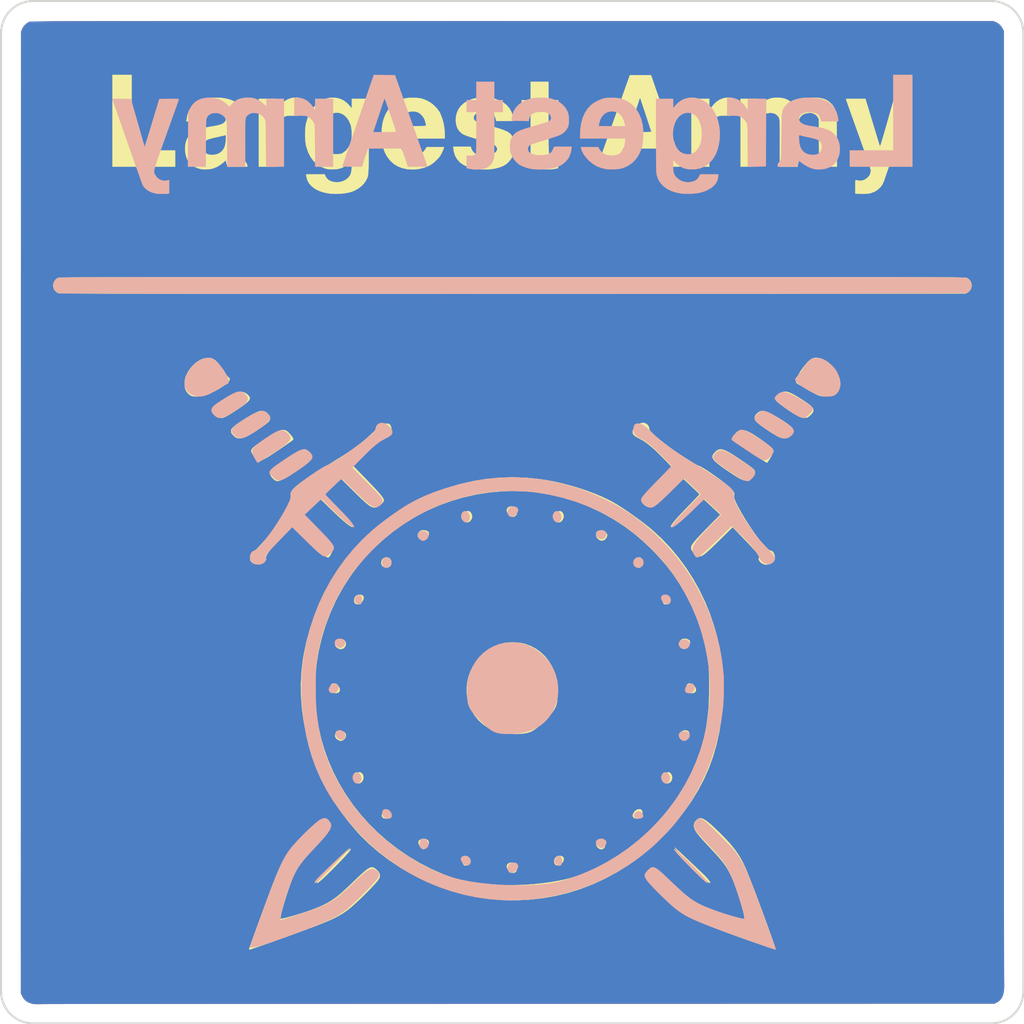
<source format=kicad_pcb>
(kicad_pcb (version 20171130) (host pcbnew 5.1.5+dfsg1-2build2)
  (layers (0 F.Cu signal) (31 B.Cu signal) (34 B.Paste user) (35 F.Paste user) (36 B.SilkS user) (37 F.SilkS user) (38 B.Mask user) (39 F.Mask user) (44 Edge.Cuts user))
  (net 0 "")
  (module LOGO (layer F.Cu) (at 0 0)
    (fp_text reference G*** hide)
    (fp_text value LOGO hide)
    (fp_poly (pts (xy 24.367383 -23.918773) (xy 24.513002 -23.842881) (xy 24.631629 -23.734413) (xy 24.721294 -23.596892) (xy 24.786316 -23.466773) (xy 24.78609 -0.019306) (xy 24.786093 0.977989) (xy 24.78612 1.965534) (xy 24.786172 2.942461) (xy 24.786247 3.907904) (xy 24.786345 4.860998) (xy 24.786465 5.800876) (xy 24.786608 6.726672) (xy 24.786773 7.637519) (xy 24.786958 8.532552) (xy 24.787164 9.410904) (xy 24.78739 10.27171) (xy 24.787636 11.114102) (xy 24.787901 11.937215) (xy 24.788185 12.740183) (xy 24.788486 13.522139) (xy 24.788806 14.282218) (xy 24.789142 15.019552) (xy 24.789495 15.733276) (xy 24.789865 16.422524) (xy 24.79025 17.086429) (xy 24.79065 17.724126) (xy 24.791065 18.334748) (xy 24.791494 18.917428) (xy 24.791936 19.471302) (xy 24.792392 19.995501) (xy 24.792861 20.489162) (xy 24.793342 20.951416) (xy 24.793834 21.381398) (xy 24.794338 21.778242) (xy 24.794852 22.141082) (xy 24.795377 22.469051) (xy 24.795911 22.761283) (xy 24.796455 23.016913) (xy 24.797007 23.235073) (xy 24.797567 23.414898) (xy 24.798136 23.555521) (xy 24.798711 23.656077) (xy 24.799294 23.715699) (xy 24.799655 23.731671) (xy 24.802856 23.963282) (xy 24.788802 24.159284) (xy 24.756173 24.32329) (xy 24.70365 24.458909) (xy 24.629912 24.569754) (xy 24.533638 24.659436) (xy 24.438822 24.718734) (xy 24.331083 24.775583) (xy 0.92075 24.780928) (xy -0.07637 24.781165) (xy -1.063921 24.781418) (xy -2.041034 24.781687) (xy -3.006834 24.78197) (xy -3.96045 24.782268) (xy -4.90101 24.782579) (xy -5.827642 24.782904) (xy -6.739472 24.783241) (xy -7.63563 24.78359) (xy -8.515242 24.783951) (xy -9.377436 24.784323) (xy -10.221341 24.784705) (xy -11.046083 24.785096) (xy -11.850791 24.785497) (xy -12.634593 24.785907) (xy -13.396616 24.786324) (xy -14.135987 24.786749) (xy -14.851835 24.787181) (xy -15.543288 24.787619) (xy -16.209473 24.788063) (xy -16.849518 24.788512) (xy -17.46255 24.788965) (xy -18.047698 24.789422) (xy -18.604088 24.789883) (xy -19.13085 24.790347) (xy -19.627111 24.790813) (xy -20.091997 24.791281) (xy -20.524638 24.79175) (xy -20.924161 24.792219) (xy -21.289694 24.792688) (xy -21.620364 24.793157) (xy -21.915299 24.793624) (xy -22.173626 24.79409) (xy -22.394475 24.794554) (xy -22.576972 24.795014) (xy -22.720245 24.795471) (xy -22.823422 24.795924) (xy -22.88563 24.796372) (xy -22.902334 24.796623) (xy -23.066573 24.799739) (xy -23.194523 24.799698) (xy -23.292129 24.796292) (xy -23.365332 24.78931) (xy -23.420075 24.778544) (xy -23.420917 24.778317) (xy -23.576692 24.72614) (xy -23.698642 24.660552) (xy -23.794618 24.575565) (xy -23.872473 24.465192) (xy -23.900159 24.41288) (xy -23.968759 24.273535) (xy -23.964121 -23.420917) (xy -23.917365 -23.547917) (xy -23.856442 -23.666486) (xy -23.76876 -23.775684) (xy -23.664756 -23.864824) (xy -23.554867 -23.923215) (xy -23.54889 -23.925311) (xy -23.541708 -23.92708) (xy -23.530243 -23.928789) (xy -23.513772 -23.930438) (xy -23.491571 -23.932029) (xy -23.462917 -23.933562) (xy -23.427085 -23.93504) (xy -23.383353 -23.936462) (xy -23.330997 -23.93783) (xy -23.269294 -23.939146) (xy -23.197519 -23.940409) (xy -23.114949 -23.941622) (xy -23.020861 -23.942784) (xy -22.914531 -23.943899) (xy -22.795236 -23.944965) (xy -22.662252 -23.945985) (xy -22.514855 -23.94696) (xy -22.352322 -23.947891) (xy -22.173929 -23.948778) (xy -21.978953 -23.949623) (xy -21.766671 -23.950427) (xy -21.536358 -23.95119) (xy -21.287291 -23.951915) (xy -21.018746 -23.952602) (xy -20.730001 -23.953253) (xy -20.420331 -23.953867) (xy -20.089013 -23.954447) (xy -19.735324 -23.954993) (xy -19.358539 -23.955507) (xy -18.957935 -23.95599) (xy -18.532789 -23.956442) (xy -18.082377 -23.956865) (xy -17.605976 -23.957259) (xy -17.102862 -23.957627) (xy -16.572311 -23.957968) (xy -16.0136 -23.958285) (xy -15.426005 -23.958578) (xy -14.808804 -23.958848) (xy -14.161271 -23.959096) (xy -13.482684 -23.959324) (xy -12.772319 -23.959532) (xy -12.029453 -23.959721) (xy -11.253362 -23.959894) (xy -10.443322 -23.960049) (xy -9.59861 -23.96019) (xy -8.718502 -23.960317) (xy -7.802275 -23.96043) (xy -6.849206 -23.960531) (xy -5.85857 -23.960622) (xy -4.829644 -23.960702) (xy -3.761705 -23.960774) (xy -2.654028 -23.960838) (xy -1.505892 -23.960896) (xy -0.316571 -23.960947) (xy 0.402636 -23.960976) (xy 24.252158 -23.961885) (xy 24.367383 -23.918773)) (layer B.Cu) (width 0.01))
  )
  (module LOGO (layer F.Cu) (at 0 0)
    (fp_text reference G*** hide)
    (fp_text value LOGO hide)
  )
  (module LOGO (layer F.Cu) (at 0 0)
    (fp_text reference G*** hide)
    (fp_text value LOGO hide)
    (fp_poly (pts (xy 24.367383 -23.918773) (xy 24.513002 -23.842881) (xy 24.631629 -23.734413) (xy 24.721294 -23.596892) (xy 24.786316 -23.466773) (xy 24.78609 -0.019306) (xy 24.786093 0.977989) (xy 24.78612 1.965534) (xy 24.786172 2.942461) (xy 24.786247 3.907904) (xy 24.786345 4.860998) (xy 24.786465 5.800876) (xy 24.786608 6.726672) (xy 24.786773 7.637519) (xy 24.786958 8.532552) (xy 24.787164 9.410904) (xy 24.78739 10.27171) (xy 24.787636 11.114102) (xy 24.787901 11.937215) (xy 24.788185 12.740183) (xy 24.788486 13.522139) (xy 24.788806 14.282218) (xy 24.789142 15.019552) (xy 24.789495 15.733276) (xy 24.789865 16.422524) (xy 24.79025 17.086429) (xy 24.79065 17.724126) (xy 24.791065 18.334748) (xy 24.791494 18.917428) (xy 24.791936 19.471302) (xy 24.792392 19.995501) (xy 24.792861 20.489162) (xy 24.793342 20.951416) (xy 24.793834 21.381398) (xy 24.794338 21.778242) (xy 24.794852 22.141082) (xy 24.795377 22.469051) (xy 24.795911 22.761283) (xy 24.796455 23.016913) (xy 24.797007 23.235073) (xy 24.797567 23.414898) (xy 24.798136 23.555521) (xy 24.798711 23.656077) (xy 24.799294 23.715699) (xy 24.799655 23.731671) (xy 24.802856 23.963282) (xy 24.788802 24.159284) (xy 24.756173 24.32329) (xy 24.70365 24.458909) (xy 24.629912 24.569754) (xy 24.533638 24.659436) (xy 24.438822 24.718734) (xy 24.331083 24.775583) (xy 0.92075 24.780928) (xy -0.07637 24.781165) (xy -1.063921 24.781418) (xy -2.041034 24.781687) (xy -3.006834 24.78197) (xy -3.96045 24.782268) (xy -4.90101 24.782579) (xy -5.827642 24.782904) (xy -6.739472 24.783241) (xy -7.63563 24.78359) (xy -8.515242 24.783951) (xy -9.377436 24.784323) (xy -10.221341 24.784705) (xy -11.046083 24.785096) (xy -11.850791 24.785497) (xy -12.634593 24.785907) (xy -13.396616 24.786324) (xy -14.135987 24.786749) (xy -14.851835 24.787181) (xy -15.543288 24.787619) (xy -16.209473 24.788063) (xy -16.849518 24.788512) (xy -17.46255 24.788965) (xy -18.047698 24.789422) (xy -18.604088 24.789883) (xy -19.13085 24.790347) (xy -19.627111 24.790813) (xy -20.091997 24.791281) (xy -20.524638 24.79175) (xy -20.924161 24.792219) (xy -21.289694 24.792688) (xy -21.620364 24.793157) (xy -21.915299 24.793624) (xy -22.173626 24.79409) (xy -22.394475 24.794554) (xy -22.576972 24.795014) (xy -22.720245 24.795471) (xy -22.823422 24.795924) (xy -22.88563 24.796372) (xy -22.902334 24.796623) (xy -23.066573 24.799739) (xy -23.194523 24.799698) (xy -23.292129 24.796292) (xy -23.365332 24.78931) (xy -23.420075 24.778544) (xy -23.420917 24.778317) (xy -23.576692 24.72614) (xy -23.698642 24.660552) (xy -23.794618 24.575565) (xy -23.872473 24.465192) (xy -23.900159 24.41288) (xy -23.968759 24.273535) (xy -23.964121 -23.420917) (xy -23.917365 -23.547917) (xy -23.856442 -23.666486) (xy -23.76876 -23.775684) (xy -23.664756 -23.864824) (xy -23.554867 -23.923215) (xy -23.54889 -23.925311) (xy -23.541708 -23.92708) (xy -23.530243 -23.928789) (xy -23.513772 -23.930438) (xy -23.491571 -23.932029) (xy -23.462917 -23.933562) (xy -23.427085 -23.93504) (xy -23.383353 -23.936462) (xy -23.330997 -23.93783) (xy -23.269294 -23.939146) (xy -23.197519 -23.940409) (xy -23.114949 -23.941622) (xy -23.020861 -23.942784) (xy -22.914531 -23.943899) (xy -22.795236 -23.944965) (xy -22.662252 -23.945985) (xy -22.514855 -23.94696) (xy -22.352322 -23.947891) (xy -22.173929 -23.948778) (xy -21.978953 -23.949623) (xy -21.766671 -23.950427) (xy -21.536358 -23.95119) (xy -21.287291 -23.951915) (xy -21.018746 -23.952602) (xy -20.730001 -23.953253) (xy -20.420331 -23.953867) (xy -20.089013 -23.954447) (xy -19.735324 -23.954993) (xy -19.358539 -23.955507) (xy -18.957935 -23.95599) (xy -18.532789 -23.956442) (xy -18.082377 -23.956865) (xy -17.605976 -23.957259) (xy -17.102862 -23.957627) (xy -16.572311 -23.957968) (xy -16.0136 -23.958285) (xy -15.426005 -23.958578) (xy -14.808804 -23.958848) (xy -14.161271 -23.959096) (xy -13.482684 -23.959324) (xy -12.772319 -23.959532) (xy -12.029453 -23.959721) (xy -11.253362 -23.959894) (xy -10.443322 -23.960049) (xy -9.59861 -23.96019) (xy -8.718502 -23.960317) (xy -7.802275 -23.96043) (xy -6.849206 -23.960531) (xy -5.85857 -23.960622) (xy -4.829644 -23.960702) (xy -3.761705 -23.960774) (xy -2.654028 -23.960838) (xy -1.505892 -23.960896) (xy -0.316571 -23.960947) (xy 0.402636 -23.960976) (xy 24.252158 -23.961885) (xy 24.367383 -23.918773)) (layer F.Cu) (width 0.01))
  )
  (module LOGO (layer F.Cu) (at 0 0)
    (fp_text reference G*** hide)
    (fp_text value LOGO hide)
  )
  (gr_line (start -23.3626 -24.9601) (end 24.1626 -24.9601) (layer Edge.Cuts) (width 0.1))
  (gr_line (start 24.1626 -24.9601) (end 24.3264 -24.9519) (layer Edge.Cuts) (width 0.1))
  (gr_line (start 24.3264 -24.9519) (end 24.4854 -24.9277) (layer Edge.Cuts) (width 0.1))
  (gr_line (start 24.4854 -24.9277) (end 24.6386 -24.8885) (layer Edge.Cuts) (width 0.1))
  (gr_line (start 24.6386 -24.8885) (end 24.7855 -24.8349) (layer Edge.Cuts) (width 0.1))
  (gr_line (start 24.7855 -24.8349) (end 24.9252 -24.7678) (layer Edge.Cuts) (width 0.1))
  (gr_line (start 24.9252 -24.7678) (end 25.0569 -24.688) (layer Edge.Cuts) (width 0.1))
  (gr_line (start 25.0569 -24.688) (end 25.1799 -24.5962) (layer Edge.Cuts) (width 0.1))
  (gr_line (start 25.1799 -24.5962) (end 25.2932 -24.4932) (layer Edge.Cuts) (width 0.1))
  (gr_line (start 25.2932 -24.4932) (end 25.3962 -24.3799) (layer Edge.Cuts) (width 0.1))
  (gr_line (start 25.3962 -24.3799) (end 25.4879 -24.257) (layer Edge.Cuts) (width 0.1))
  (gr_line (start 25.4879 -24.257) (end 25.5678 -24.1253) (layer Edge.Cuts) (width 0.1))
  (gr_line (start 25.5678 -24.1253) (end 25.6349 -23.9856) (layer Edge.Cuts) (width 0.1))
  (gr_line (start 25.6349 -23.9856) (end 25.6885 -23.8387) (layer Edge.Cuts) (width 0.1))
  (gr_line (start 25.6885 -23.8387) (end 25.7277 -23.6853) (layer Edge.Cuts) (width 0.1))
  (gr_line (start 25.7277 -23.6853) (end 25.7518 -23.5264) (layer Edge.Cuts) (width 0.1))
  (gr_line (start 25.7518 -23.5264) (end 25.76 -23.3626) (layer Edge.Cuts) (width 0.1))
  (gr_line (start 25.76 -23.3626) (end 25.76 24.1626) (layer Edge.Cuts) (width 0.1))
  (gr_line (start 25.76 24.1626) (end 25.7518 24.3264) (layer Edge.Cuts) (width 0.1))
  (gr_line (start 25.7518 24.3264) (end 25.7277 24.4854) (layer Edge.Cuts) (width 0.1))
  (gr_line (start 25.7277 24.4854) (end 25.6885 24.6386) (layer Edge.Cuts) (width 0.1))
  (gr_line (start 25.6885 24.6386) (end 25.6349 24.7855) (layer Edge.Cuts) (width 0.1))
  (gr_line (start 25.6349 24.7855) (end 25.5678 24.9252) (layer Edge.Cuts) (width 0.1))
  (gr_line (start 25.5678 24.9252) (end 25.4879 25.0569) (layer Edge.Cuts) (width 0.1))
  (gr_line (start 25.4879 25.0569) (end 25.3962 25.1799) (layer Edge.Cuts) (width 0.1))
  (gr_line (start 25.3962 25.1799) (end 25.2932 25.2932) (layer Edge.Cuts) (width 0.1))
  (gr_line (start 25.2932 25.2932) (end 25.1799 25.3962) (layer Edge.Cuts) (width 0.1))
  (gr_line (start 25.1799 25.3962) (end 25.0569 25.4879) (layer Edge.Cuts) (width 0.1))
  (gr_line (start 25.0569 25.4879) (end 24.9252 25.5678) (layer Edge.Cuts) (width 0.1))
  (gr_line (start 24.9252 25.5678) (end 24.7855 25.6349) (layer Edge.Cuts) (width 0.1))
  (gr_line (start 24.7855 25.6349) (end 24.6386 25.6885) (layer Edge.Cuts) (width 0.1))
  (gr_line (start 24.6386 25.6885) (end 24.4854 25.7277) (layer Edge.Cuts) (width 0.1))
  (gr_line (start 24.4854 25.7277) (end 24.3264 25.7518) (layer Edge.Cuts) (width 0.1))
  (gr_line (start 24.3264 25.7518) (end 24.1626 25.76) (layer Edge.Cuts) (width 0.1))
  (gr_line (start 24.1626 25.76) (end -23.3626 25.76) (layer Edge.Cuts) (width 0.1))
  (gr_line (start -23.3626 25.76) (end -23.5264 25.7518) (layer Edge.Cuts) (width 0.1))
  (gr_line (start -23.5264 25.7518) (end -23.6853 25.7277) (layer Edge.Cuts) (width 0.1))
  (gr_line (start -23.6853 25.7277) (end -23.8386 25.6885) (layer Edge.Cuts) (width 0.1))
  (gr_line (start -23.8386 25.6885) (end -23.9855 25.6349) (layer Edge.Cuts) (width 0.1))
  (gr_line (start -23.9855 25.6349) (end -24.1252 25.5678) (layer Edge.Cuts) (width 0.1))
  (gr_line (start -24.1252 25.5678) (end -24.257 25.4879) (layer Edge.Cuts) (width 0.1))
  (gr_line (start -24.257 25.4879) (end -24.3799 25.3962) (layer Edge.Cuts) (width 0.1))
  (gr_line (start -24.3799 25.3962) (end -24.4932 25.2932) (layer Edge.Cuts) (width 0.1))
  (gr_line (start -24.4932 25.2932) (end -24.5962 25.1799) (layer Edge.Cuts) (width 0.1))
  (gr_line (start -24.5962 25.1799) (end -24.688 25.0569) (layer Edge.Cuts) (width 0.1))
  (gr_line (start -24.688 25.0569) (end -24.7678 24.9252) (layer Edge.Cuts) (width 0.1))
  (gr_line (start -24.7678 24.9252) (end -24.8349 24.7855) (layer Edge.Cuts) (width 0.1))
  (gr_line (start -24.8349 24.7855) (end -24.8885 24.6386) (layer Edge.Cuts) (width 0.1))
  (gr_line (start -24.8885 24.6386) (end -24.9277 24.4854) (layer Edge.Cuts) (width 0.1))
  (gr_line (start -24.9277 24.4854) (end -24.9518 24.3264) (layer Edge.Cuts) (width 0.1))
  (gr_line (start -24.9518 24.3264) (end -24.96 24.1626) (layer Edge.Cuts) (width 0.1))
  (gr_line (start -24.96 24.1626) (end -24.96 -23.3626) (layer Edge.Cuts) (width 0.1))
  (gr_line (start -24.96 -23.3626) (end -24.9518 -23.5264) (layer Edge.Cuts) (width 0.1))
  (gr_line (start -24.9518 -23.5264) (end -24.9277 -23.6853) (layer Edge.Cuts) (width 0.1))
  (gr_line (start -24.9277 -23.6853) (end -24.8885 -23.8386) (layer Edge.Cuts) (width 0.1))
  (gr_line (start -24.8885 -23.8386) (end -24.8349 -23.9855) (layer Edge.Cuts) (width 0.1))
  (gr_line (start -24.8349 -23.9855) (end -24.7678 -24.1252) (layer Edge.Cuts) (width 0.1))
  (gr_line (start -24.7678 -24.1252) (end -24.688 -24.257) (layer Edge.Cuts) (width 0.1))
  (gr_line (start -24.688 -24.257) (end -24.5962 -24.3799) (layer Edge.Cuts) (width 0.1))
  (gr_line (start -24.5962 -24.3799) (end -24.4932 -24.4932) (layer Edge.Cuts) (width 0.1))
  (gr_line (start -24.4932 -24.4932) (end -24.3799 -24.5962) (layer Edge.Cuts) (width 0.1))
  (gr_line (start -24.3799 -24.5962) (end -24.257 -24.688) (layer Edge.Cuts) (width 0.1))
  (gr_line (start -24.257 -24.688) (end -24.1252 -24.7678) (layer Edge.Cuts) (width 0.1))
  (gr_line (start -24.1252 -24.7678) (end -23.9855 -24.8349) (layer Edge.Cuts) (width 0.1))
  (gr_line (start -23.9855 -24.8349) (end -23.8386 -24.8885) (layer Edge.Cuts) (width 0.1))
  (gr_line (start -23.8386 -24.8885) (end -23.6853 -24.9277) (layer Edge.Cuts) (width 0.1))
  (gr_line (start -23.6853 -24.9277) (end -23.5264 -24.9518) (layer Edge.Cuts) (width 0.1))
  (gr_line (start -23.5264 -24.9518) (end -23.3626 -24.96) (layer Edge.Cuts) (width 0.1))
  (gr_line (start -23.3626 -24.96) (end -23.3626 -24.96) (layer Edge.Cuts) (width 0.1))
  (gr_line (start -23.3626 -24.96) (end -23.3626 -24.9601) (layer Edge.Cuts) (width 0.1))
)
</source>
